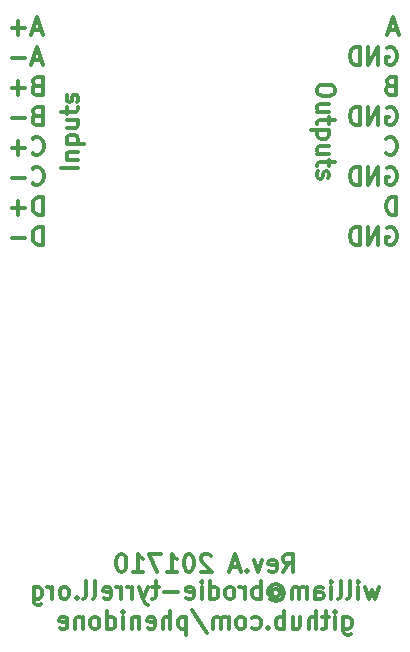
<source format=gbr>
G04 #@! TF.FileFunction,Legend,Bot*
%FSLAX46Y46*%
G04 Gerber Fmt 4.6, Leading zero omitted, Abs format (unit mm)*
G04 Created by KiCad (PCBNEW 4.0.5-e0-6337~49~ubuntu15.04.1) date Sun Oct 22 22:27:52 2017*
%MOMM*%
%LPD*%
G01*
G04 APERTURE LIST*
%ADD10C,0.100000*%
%ADD11C,0.300000*%
G04 APERTURE END LIST*
D10*
D11*
X92958572Y-90610571D02*
X92958572Y-91824857D01*
X93030001Y-91967714D01*
X93101429Y-92039143D01*
X93244286Y-92110571D01*
X93458572Y-92110571D01*
X93601429Y-92039143D01*
X92958572Y-91539143D02*
X93101429Y-91610571D01*
X93387143Y-91610571D01*
X93530001Y-91539143D01*
X93601429Y-91467714D01*
X93672858Y-91324857D01*
X93672858Y-90896286D01*
X93601429Y-90753429D01*
X93530001Y-90682000D01*
X93387143Y-90610571D01*
X93101429Y-90610571D01*
X92958572Y-90682000D01*
X92244286Y-91610571D02*
X92244286Y-90610571D01*
X92244286Y-90110571D02*
X92315715Y-90182000D01*
X92244286Y-90253429D01*
X92172858Y-90182000D01*
X92244286Y-90110571D01*
X92244286Y-90253429D01*
X91744286Y-90610571D02*
X91172857Y-90610571D01*
X91530000Y-90110571D02*
X91530000Y-91396286D01*
X91458572Y-91539143D01*
X91315714Y-91610571D01*
X91172857Y-91610571D01*
X90672857Y-91610571D02*
X90672857Y-90110571D01*
X90030000Y-91610571D02*
X90030000Y-90824857D01*
X90101429Y-90682000D01*
X90244286Y-90610571D01*
X90458571Y-90610571D01*
X90601429Y-90682000D01*
X90672857Y-90753429D01*
X88672857Y-90610571D02*
X88672857Y-91610571D01*
X89315714Y-90610571D02*
X89315714Y-91396286D01*
X89244286Y-91539143D01*
X89101428Y-91610571D01*
X88887143Y-91610571D01*
X88744286Y-91539143D01*
X88672857Y-91467714D01*
X87958571Y-91610571D02*
X87958571Y-90110571D01*
X87958571Y-90682000D02*
X87815714Y-90610571D01*
X87530000Y-90610571D01*
X87387143Y-90682000D01*
X87315714Y-90753429D01*
X87244285Y-90896286D01*
X87244285Y-91324857D01*
X87315714Y-91467714D01*
X87387143Y-91539143D01*
X87530000Y-91610571D01*
X87815714Y-91610571D01*
X87958571Y-91539143D01*
X86601428Y-91467714D02*
X86530000Y-91539143D01*
X86601428Y-91610571D01*
X86672857Y-91539143D01*
X86601428Y-91467714D01*
X86601428Y-91610571D01*
X85244285Y-91539143D02*
X85387142Y-91610571D01*
X85672856Y-91610571D01*
X85815714Y-91539143D01*
X85887142Y-91467714D01*
X85958571Y-91324857D01*
X85958571Y-90896286D01*
X85887142Y-90753429D01*
X85815714Y-90682000D01*
X85672856Y-90610571D01*
X85387142Y-90610571D01*
X85244285Y-90682000D01*
X84387142Y-91610571D02*
X84530000Y-91539143D01*
X84601428Y-91467714D01*
X84672857Y-91324857D01*
X84672857Y-90896286D01*
X84601428Y-90753429D01*
X84530000Y-90682000D01*
X84387142Y-90610571D01*
X84172857Y-90610571D01*
X84030000Y-90682000D01*
X83958571Y-90753429D01*
X83887142Y-90896286D01*
X83887142Y-91324857D01*
X83958571Y-91467714D01*
X84030000Y-91539143D01*
X84172857Y-91610571D01*
X84387142Y-91610571D01*
X83244285Y-91610571D02*
X83244285Y-90610571D01*
X83244285Y-90753429D02*
X83172857Y-90682000D01*
X83029999Y-90610571D01*
X82815714Y-90610571D01*
X82672857Y-90682000D01*
X82601428Y-90824857D01*
X82601428Y-91610571D01*
X82601428Y-90824857D02*
X82529999Y-90682000D01*
X82387142Y-90610571D01*
X82172857Y-90610571D01*
X82029999Y-90682000D01*
X81958571Y-90824857D01*
X81958571Y-91610571D01*
X80172857Y-90039143D02*
X81458571Y-91967714D01*
X79672856Y-90610571D02*
X79672856Y-92110571D01*
X79672856Y-90682000D02*
X79529999Y-90610571D01*
X79244285Y-90610571D01*
X79101428Y-90682000D01*
X79029999Y-90753429D01*
X78958570Y-90896286D01*
X78958570Y-91324857D01*
X79029999Y-91467714D01*
X79101428Y-91539143D01*
X79244285Y-91610571D01*
X79529999Y-91610571D01*
X79672856Y-91539143D01*
X78315713Y-91610571D02*
X78315713Y-90110571D01*
X77672856Y-91610571D02*
X77672856Y-90824857D01*
X77744285Y-90682000D01*
X77887142Y-90610571D01*
X78101427Y-90610571D01*
X78244285Y-90682000D01*
X78315713Y-90753429D01*
X76387142Y-91539143D02*
X76529999Y-91610571D01*
X76815713Y-91610571D01*
X76958570Y-91539143D01*
X77029999Y-91396286D01*
X77029999Y-90824857D01*
X76958570Y-90682000D01*
X76815713Y-90610571D01*
X76529999Y-90610571D01*
X76387142Y-90682000D01*
X76315713Y-90824857D01*
X76315713Y-90967714D01*
X77029999Y-91110571D01*
X75672856Y-90610571D02*
X75672856Y-91610571D01*
X75672856Y-90753429D02*
X75601428Y-90682000D01*
X75458570Y-90610571D01*
X75244285Y-90610571D01*
X75101428Y-90682000D01*
X75029999Y-90824857D01*
X75029999Y-91610571D01*
X74315713Y-91610571D02*
X74315713Y-90610571D01*
X74315713Y-90110571D02*
X74387142Y-90182000D01*
X74315713Y-90253429D01*
X74244285Y-90182000D01*
X74315713Y-90110571D01*
X74315713Y-90253429D01*
X72958570Y-91610571D02*
X72958570Y-90110571D01*
X72958570Y-91539143D02*
X73101427Y-91610571D01*
X73387141Y-91610571D01*
X73529999Y-91539143D01*
X73601427Y-91467714D01*
X73672856Y-91324857D01*
X73672856Y-90896286D01*
X73601427Y-90753429D01*
X73529999Y-90682000D01*
X73387141Y-90610571D01*
X73101427Y-90610571D01*
X72958570Y-90682000D01*
X72029998Y-91610571D02*
X72172856Y-91539143D01*
X72244284Y-91467714D01*
X72315713Y-91324857D01*
X72315713Y-90896286D01*
X72244284Y-90753429D01*
X72172856Y-90682000D01*
X72029998Y-90610571D01*
X71815713Y-90610571D01*
X71672856Y-90682000D01*
X71601427Y-90753429D01*
X71529998Y-90896286D01*
X71529998Y-91324857D01*
X71601427Y-91467714D01*
X71672856Y-91539143D01*
X71815713Y-91610571D01*
X72029998Y-91610571D01*
X70887141Y-90610571D02*
X70887141Y-91610571D01*
X70887141Y-90753429D02*
X70815713Y-90682000D01*
X70672855Y-90610571D01*
X70458570Y-90610571D01*
X70315713Y-90682000D01*
X70244284Y-90824857D01*
X70244284Y-91610571D01*
X68958570Y-91539143D02*
X69101427Y-91610571D01*
X69387141Y-91610571D01*
X69529998Y-91539143D01*
X69601427Y-91396286D01*
X69601427Y-90824857D01*
X69529998Y-90682000D01*
X69387141Y-90610571D01*
X69101427Y-90610571D01*
X68958570Y-90682000D01*
X68887141Y-90824857D01*
X68887141Y-90967714D01*
X69601427Y-91110571D01*
X87887141Y-86784571D02*
X88387141Y-86070286D01*
X88744284Y-86784571D02*
X88744284Y-85284571D01*
X88172856Y-85284571D01*
X88029998Y-85356000D01*
X87958570Y-85427429D01*
X87887141Y-85570286D01*
X87887141Y-85784571D01*
X87958570Y-85927429D01*
X88029998Y-85998857D01*
X88172856Y-86070286D01*
X88744284Y-86070286D01*
X86672856Y-86713143D02*
X86815713Y-86784571D01*
X87101427Y-86784571D01*
X87244284Y-86713143D01*
X87315713Y-86570286D01*
X87315713Y-85998857D01*
X87244284Y-85856000D01*
X87101427Y-85784571D01*
X86815713Y-85784571D01*
X86672856Y-85856000D01*
X86601427Y-85998857D01*
X86601427Y-86141714D01*
X87315713Y-86284571D01*
X86101427Y-85784571D02*
X85744284Y-86784571D01*
X85387142Y-85784571D01*
X84815713Y-86641714D02*
X84744285Y-86713143D01*
X84815713Y-86784571D01*
X84887142Y-86713143D01*
X84815713Y-86641714D01*
X84815713Y-86784571D01*
X84172856Y-86356000D02*
X83458570Y-86356000D01*
X84315713Y-86784571D02*
X83815713Y-85284571D01*
X83315713Y-86784571D01*
X81744285Y-85427429D02*
X81672856Y-85356000D01*
X81529999Y-85284571D01*
X81172856Y-85284571D01*
X81029999Y-85356000D01*
X80958570Y-85427429D01*
X80887142Y-85570286D01*
X80887142Y-85713143D01*
X80958570Y-85927429D01*
X81815713Y-86784571D01*
X80887142Y-86784571D01*
X79958571Y-85284571D02*
X79815714Y-85284571D01*
X79672857Y-85356000D01*
X79601428Y-85427429D01*
X79529999Y-85570286D01*
X79458571Y-85856000D01*
X79458571Y-86213143D01*
X79529999Y-86498857D01*
X79601428Y-86641714D01*
X79672857Y-86713143D01*
X79815714Y-86784571D01*
X79958571Y-86784571D01*
X80101428Y-86713143D01*
X80172857Y-86641714D01*
X80244285Y-86498857D01*
X80315714Y-86213143D01*
X80315714Y-85856000D01*
X80244285Y-85570286D01*
X80172857Y-85427429D01*
X80101428Y-85356000D01*
X79958571Y-85284571D01*
X78030000Y-86784571D02*
X78887143Y-86784571D01*
X78458571Y-86784571D02*
X78458571Y-85284571D01*
X78601428Y-85498857D01*
X78744286Y-85641714D01*
X78887143Y-85713143D01*
X77530000Y-85284571D02*
X76530000Y-85284571D01*
X77172857Y-86784571D01*
X75172858Y-86784571D02*
X76030001Y-86784571D01*
X75601429Y-86784571D02*
X75601429Y-85284571D01*
X75744286Y-85498857D01*
X75887144Y-85641714D01*
X76030001Y-85713143D01*
X74244287Y-85284571D02*
X74101430Y-85284571D01*
X73958573Y-85356000D01*
X73887144Y-85427429D01*
X73815715Y-85570286D01*
X73744287Y-85856000D01*
X73744287Y-86213143D01*
X73815715Y-86498857D01*
X73887144Y-86641714D01*
X73958573Y-86713143D01*
X74101430Y-86784571D01*
X74244287Y-86784571D01*
X74387144Y-86713143D01*
X74458573Y-86641714D01*
X74530001Y-86498857D01*
X74601430Y-86213143D01*
X74601430Y-85856000D01*
X74530001Y-85570286D01*
X74458573Y-85427429D01*
X74387144Y-85356000D01*
X74244287Y-85284571D01*
X95958570Y-88070571D02*
X95672856Y-89070571D01*
X95387142Y-88356286D01*
X95101427Y-89070571D01*
X94815713Y-88070571D01*
X94244284Y-89070571D02*
X94244284Y-88070571D01*
X94244284Y-87570571D02*
X94315713Y-87642000D01*
X94244284Y-87713429D01*
X94172856Y-87642000D01*
X94244284Y-87570571D01*
X94244284Y-87713429D01*
X93315712Y-89070571D02*
X93458570Y-88999143D01*
X93529998Y-88856286D01*
X93529998Y-87570571D01*
X92529998Y-89070571D02*
X92672856Y-88999143D01*
X92744284Y-88856286D01*
X92744284Y-87570571D01*
X91958570Y-89070571D02*
X91958570Y-88070571D01*
X91958570Y-87570571D02*
X92029999Y-87642000D01*
X91958570Y-87713429D01*
X91887142Y-87642000D01*
X91958570Y-87570571D01*
X91958570Y-87713429D01*
X90601427Y-89070571D02*
X90601427Y-88284857D01*
X90672856Y-88142000D01*
X90815713Y-88070571D01*
X91101427Y-88070571D01*
X91244284Y-88142000D01*
X90601427Y-88999143D02*
X90744284Y-89070571D01*
X91101427Y-89070571D01*
X91244284Y-88999143D01*
X91315713Y-88856286D01*
X91315713Y-88713429D01*
X91244284Y-88570571D01*
X91101427Y-88499143D01*
X90744284Y-88499143D01*
X90601427Y-88427714D01*
X89887141Y-89070571D02*
X89887141Y-88070571D01*
X89887141Y-88213429D02*
X89815713Y-88142000D01*
X89672855Y-88070571D01*
X89458570Y-88070571D01*
X89315713Y-88142000D01*
X89244284Y-88284857D01*
X89244284Y-89070571D01*
X89244284Y-88284857D02*
X89172855Y-88142000D01*
X89029998Y-88070571D01*
X88815713Y-88070571D01*
X88672855Y-88142000D01*
X88601427Y-88284857D01*
X88601427Y-89070571D01*
X86958570Y-88356286D02*
X87029998Y-88284857D01*
X87172855Y-88213429D01*
X87315713Y-88213429D01*
X87458570Y-88284857D01*
X87529998Y-88356286D01*
X87601427Y-88499143D01*
X87601427Y-88642000D01*
X87529998Y-88784857D01*
X87458570Y-88856286D01*
X87315713Y-88927714D01*
X87172855Y-88927714D01*
X87029998Y-88856286D01*
X86958570Y-88784857D01*
X86958570Y-88213429D02*
X86958570Y-88784857D01*
X86887141Y-88856286D01*
X86815713Y-88856286D01*
X86672855Y-88784857D01*
X86601427Y-88642000D01*
X86601427Y-88284857D01*
X86744284Y-88070571D01*
X86958570Y-87927714D01*
X87244284Y-87856286D01*
X87529998Y-87927714D01*
X87744284Y-88070571D01*
X87887141Y-88284857D01*
X87958570Y-88570571D01*
X87887141Y-88856286D01*
X87744284Y-89070571D01*
X87529998Y-89213429D01*
X87244284Y-89284857D01*
X86958570Y-89213429D01*
X86744284Y-89070571D01*
X85958570Y-89070571D02*
X85958570Y-87570571D01*
X85958570Y-88142000D02*
X85815713Y-88070571D01*
X85529999Y-88070571D01*
X85387142Y-88142000D01*
X85315713Y-88213429D01*
X85244284Y-88356286D01*
X85244284Y-88784857D01*
X85315713Y-88927714D01*
X85387142Y-88999143D01*
X85529999Y-89070571D01*
X85815713Y-89070571D01*
X85958570Y-88999143D01*
X84601427Y-89070571D02*
X84601427Y-88070571D01*
X84601427Y-88356286D02*
X84529999Y-88213429D01*
X84458570Y-88142000D01*
X84315713Y-88070571D01*
X84172856Y-88070571D01*
X83458570Y-89070571D02*
X83601428Y-88999143D01*
X83672856Y-88927714D01*
X83744285Y-88784857D01*
X83744285Y-88356286D01*
X83672856Y-88213429D01*
X83601428Y-88142000D01*
X83458570Y-88070571D01*
X83244285Y-88070571D01*
X83101428Y-88142000D01*
X83029999Y-88213429D01*
X82958570Y-88356286D01*
X82958570Y-88784857D01*
X83029999Y-88927714D01*
X83101428Y-88999143D01*
X83244285Y-89070571D01*
X83458570Y-89070571D01*
X81672856Y-89070571D02*
X81672856Y-87570571D01*
X81672856Y-88999143D02*
X81815713Y-89070571D01*
X82101427Y-89070571D01*
X82244285Y-88999143D01*
X82315713Y-88927714D01*
X82387142Y-88784857D01*
X82387142Y-88356286D01*
X82315713Y-88213429D01*
X82244285Y-88142000D01*
X82101427Y-88070571D01*
X81815713Y-88070571D01*
X81672856Y-88142000D01*
X80958570Y-89070571D02*
X80958570Y-88070571D01*
X80958570Y-87570571D02*
X81029999Y-87642000D01*
X80958570Y-87713429D01*
X80887142Y-87642000D01*
X80958570Y-87570571D01*
X80958570Y-87713429D01*
X79672856Y-88999143D02*
X79815713Y-89070571D01*
X80101427Y-89070571D01*
X80244284Y-88999143D01*
X80315713Y-88856286D01*
X80315713Y-88284857D01*
X80244284Y-88142000D01*
X80101427Y-88070571D01*
X79815713Y-88070571D01*
X79672856Y-88142000D01*
X79601427Y-88284857D01*
X79601427Y-88427714D01*
X80315713Y-88570571D01*
X78958570Y-88499143D02*
X77815713Y-88499143D01*
X77315713Y-88070571D02*
X76744284Y-88070571D01*
X77101427Y-87570571D02*
X77101427Y-88856286D01*
X77029999Y-88999143D01*
X76887141Y-89070571D01*
X76744284Y-89070571D01*
X76387141Y-88070571D02*
X76029998Y-89070571D01*
X75672856Y-88070571D02*
X76029998Y-89070571D01*
X76172856Y-89427714D01*
X76244284Y-89499143D01*
X76387141Y-89570571D01*
X75101427Y-89070571D02*
X75101427Y-88070571D01*
X75101427Y-88356286D02*
X75029999Y-88213429D01*
X74958570Y-88142000D01*
X74815713Y-88070571D01*
X74672856Y-88070571D01*
X74172856Y-89070571D02*
X74172856Y-88070571D01*
X74172856Y-88356286D02*
X74101428Y-88213429D01*
X74029999Y-88142000D01*
X73887142Y-88070571D01*
X73744285Y-88070571D01*
X72672857Y-88999143D02*
X72815714Y-89070571D01*
X73101428Y-89070571D01*
X73244285Y-88999143D01*
X73315714Y-88856286D01*
X73315714Y-88284857D01*
X73244285Y-88142000D01*
X73101428Y-88070571D01*
X72815714Y-88070571D01*
X72672857Y-88142000D01*
X72601428Y-88284857D01*
X72601428Y-88427714D01*
X73315714Y-88570571D01*
X71744285Y-89070571D02*
X71887143Y-88999143D01*
X71958571Y-88856286D01*
X71958571Y-87570571D01*
X70958571Y-89070571D02*
X71101429Y-88999143D01*
X71172857Y-88856286D01*
X71172857Y-87570571D01*
X70387143Y-88927714D02*
X70315715Y-88999143D01*
X70387143Y-89070571D01*
X70458572Y-88999143D01*
X70387143Y-88927714D01*
X70387143Y-89070571D01*
X69458571Y-89070571D02*
X69601429Y-88999143D01*
X69672857Y-88927714D01*
X69744286Y-88784857D01*
X69744286Y-88356286D01*
X69672857Y-88213429D01*
X69601429Y-88142000D01*
X69458571Y-88070571D01*
X69244286Y-88070571D01*
X69101429Y-88142000D01*
X69030000Y-88213429D01*
X68958571Y-88356286D01*
X68958571Y-88784857D01*
X69030000Y-88927714D01*
X69101429Y-88999143D01*
X69244286Y-89070571D01*
X69458571Y-89070571D01*
X68315714Y-89070571D02*
X68315714Y-88070571D01*
X68315714Y-88356286D02*
X68244286Y-88213429D01*
X68172857Y-88142000D01*
X68030000Y-88070571D01*
X67887143Y-88070571D01*
X66744286Y-88070571D02*
X66744286Y-89284857D01*
X66815715Y-89427714D01*
X66887143Y-89499143D01*
X67030000Y-89570571D01*
X67244286Y-89570571D01*
X67387143Y-89499143D01*
X66744286Y-88999143D02*
X66887143Y-89070571D01*
X67172857Y-89070571D01*
X67315715Y-88999143D01*
X67387143Y-88927714D01*
X67458572Y-88784857D01*
X67458572Y-88356286D01*
X67387143Y-88213429D01*
X67315715Y-88142000D01*
X67172857Y-88070571D01*
X66887143Y-88070571D01*
X66744286Y-88142000D01*
X92261429Y-45887142D02*
X92261429Y-46172856D01*
X92190000Y-46315714D01*
X92047143Y-46458571D01*
X91761429Y-46529999D01*
X91261429Y-46529999D01*
X90975714Y-46458571D01*
X90832857Y-46315714D01*
X90761429Y-46172856D01*
X90761429Y-45887142D01*
X90832857Y-45744285D01*
X90975714Y-45601428D01*
X91261429Y-45529999D01*
X91761429Y-45529999D01*
X92047143Y-45601428D01*
X92190000Y-45744285D01*
X92261429Y-45887142D01*
X91761429Y-47815714D02*
X90761429Y-47815714D01*
X91761429Y-47172857D02*
X90975714Y-47172857D01*
X90832857Y-47244285D01*
X90761429Y-47387143D01*
X90761429Y-47601428D01*
X90832857Y-47744285D01*
X90904286Y-47815714D01*
X91761429Y-48315714D02*
X91761429Y-48887143D01*
X92261429Y-48530000D02*
X90975714Y-48530000D01*
X90832857Y-48601428D01*
X90761429Y-48744286D01*
X90761429Y-48887143D01*
X91761429Y-49387143D02*
X90261429Y-49387143D01*
X91690000Y-49387143D02*
X91761429Y-49530000D01*
X91761429Y-49815714D01*
X91690000Y-49958571D01*
X91618571Y-50030000D01*
X91475714Y-50101429D01*
X91047143Y-50101429D01*
X90904286Y-50030000D01*
X90832857Y-49958571D01*
X90761429Y-49815714D01*
X90761429Y-49530000D01*
X90832857Y-49387143D01*
X91761429Y-51387143D02*
X90761429Y-51387143D01*
X91761429Y-50744286D02*
X90975714Y-50744286D01*
X90832857Y-50815714D01*
X90761429Y-50958572D01*
X90761429Y-51172857D01*
X90832857Y-51315714D01*
X90904286Y-51387143D01*
X91761429Y-51887143D02*
X91761429Y-52458572D01*
X92261429Y-52101429D02*
X90975714Y-52101429D01*
X90832857Y-52172857D01*
X90761429Y-52315715D01*
X90761429Y-52458572D01*
X90832857Y-52887143D02*
X90761429Y-53030000D01*
X90761429Y-53315715D01*
X90832857Y-53458572D01*
X90975714Y-53530000D01*
X91047143Y-53530000D01*
X91190000Y-53458572D01*
X91261429Y-53315715D01*
X91261429Y-53101429D01*
X91332857Y-52958572D01*
X91475714Y-52887143D01*
X91547143Y-52887143D01*
X91690000Y-52958572D01*
X91761429Y-53101429D01*
X91761429Y-53315715D01*
X91690000Y-53458572D01*
X70528571Y-52601429D02*
X69028571Y-52601429D01*
X69528571Y-51887143D02*
X70528571Y-51887143D01*
X69671429Y-51887143D02*
X69600000Y-51815715D01*
X69528571Y-51672857D01*
X69528571Y-51458572D01*
X69600000Y-51315715D01*
X69742857Y-51244286D01*
X70528571Y-51244286D01*
X69528571Y-50530000D02*
X71028571Y-50530000D01*
X69600000Y-50530000D02*
X69528571Y-50387143D01*
X69528571Y-50101429D01*
X69600000Y-49958572D01*
X69671429Y-49887143D01*
X69814286Y-49815714D01*
X70242857Y-49815714D01*
X70385714Y-49887143D01*
X70457143Y-49958572D01*
X70528571Y-50101429D01*
X70528571Y-50387143D01*
X70457143Y-50530000D01*
X69528571Y-48530000D02*
X70528571Y-48530000D01*
X69528571Y-49172857D02*
X70314286Y-49172857D01*
X70457143Y-49101429D01*
X70528571Y-48958571D01*
X70528571Y-48744286D01*
X70457143Y-48601429D01*
X70385714Y-48530000D01*
X69528571Y-48030000D02*
X69528571Y-47458571D01*
X69028571Y-47815714D02*
X70314286Y-47815714D01*
X70457143Y-47744286D01*
X70528571Y-47601428D01*
X70528571Y-47458571D01*
X70457143Y-47030000D02*
X70528571Y-46887143D01*
X70528571Y-46601428D01*
X70457143Y-46458571D01*
X70314286Y-46387143D01*
X70242857Y-46387143D01*
X70100000Y-46458571D01*
X70028571Y-46601428D01*
X70028571Y-46815714D01*
X69957143Y-46958571D01*
X69814286Y-47030000D01*
X69742857Y-47030000D01*
X69600000Y-46958571D01*
X69528571Y-46815714D01*
X69528571Y-46601428D01*
X69600000Y-46458571D01*
X96647143Y-57670000D02*
X96790000Y-57598571D01*
X97004286Y-57598571D01*
X97218571Y-57670000D01*
X97361429Y-57812857D01*
X97432857Y-57955714D01*
X97504286Y-58241429D01*
X97504286Y-58455714D01*
X97432857Y-58741429D01*
X97361429Y-58884286D01*
X97218571Y-59027143D01*
X97004286Y-59098571D01*
X96861429Y-59098571D01*
X96647143Y-59027143D01*
X96575714Y-58955714D01*
X96575714Y-58455714D01*
X96861429Y-58455714D01*
X95932857Y-59098571D02*
X95932857Y-57598571D01*
X95075714Y-59098571D01*
X95075714Y-57598571D01*
X94361428Y-59098571D02*
X94361428Y-57598571D01*
X94004285Y-57598571D01*
X93790000Y-57670000D01*
X93647142Y-57812857D01*
X93575714Y-57955714D01*
X93504285Y-58241429D01*
X93504285Y-58455714D01*
X93575714Y-58741429D01*
X93647142Y-58884286D01*
X93790000Y-59027143D01*
X94004285Y-59098571D01*
X94361428Y-59098571D01*
X96647143Y-52590000D02*
X96790000Y-52518571D01*
X97004286Y-52518571D01*
X97218571Y-52590000D01*
X97361429Y-52732857D01*
X97432857Y-52875714D01*
X97504286Y-53161429D01*
X97504286Y-53375714D01*
X97432857Y-53661429D01*
X97361429Y-53804286D01*
X97218571Y-53947143D01*
X97004286Y-54018571D01*
X96861429Y-54018571D01*
X96647143Y-53947143D01*
X96575714Y-53875714D01*
X96575714Y-53375714D01*
X96861429Y-53375714D01*
X95932857Y-54018571D02*
X95932857Y-52518571D01*
X95075714Y-54018571D01*
X95075714Y-52518571D01*
X94361428Y-54018571D02*
X94361428Y-52518571D01*
X94004285Y-52518571D01*
X93790000Y-52590000D01*
X93647142Y-52732857D01*
X93575714Y-52875714D01*
X93504285Y-53161429D01*
X93504285Y-53375714D01*
X93575714Y-53661429D01*
X93647142Y-53804286D01*
X93790000Y-53947143D01*
X94004285Y-54018571D01*
X94361428Y-54018571D01*
X96647143Y-47510000D02*
X96790000Y-47438571D01*
X97004286Y-47438571D01*
X97218571Y-47510000D01*
X97361429Y-47652857D01*
X97432857Y-47795714D01*
X97504286Y-48081429D01*
X97504286Y-48295714D01*
X97432857Y-48581429D01*
X97361429Y-48724286D01*
X97218571Y-48867143D01*
X97004286Y-48938571D01*
X96861429Y-48938571D01*
X96647143Y-48867143D01*
X96575714Y-48795714D01*
X96575714Y-48295714D01*
X96861429Y-48295714D01*
X95932857Y-48938571D02*
X95932857Y-47438571D01*
X95075714Y-48938571D01*
X95075714Y-47438571D01*
X94361428Y-48938571D02*
X94361428Y-47438571D01*
X94004285Y-47438571D01*
X93790000Y-47510000D01*
X93647142Y-47652857D01*
X93575714Y-47795714D01*
X93504285Y-48081429D01*
X93504285Y-48295714D01*
X93575714Y-48581429D01*
X93647142Y-48724286D01*
X93790000Y-48867143D01*
X94004285Y-48938571D01*
X94361428Y-48938571D01*
X96647143Y-42430000D02*
X96790000Y-42358571D01*
X97004286Y-42358571D01*
X97218571Y-42430000D01*
X97361429Y-42572857D01*
X97432857Y-42715714D01*
X97504286Y-43001429D01*
X97504286Y-43215714D01*
X97432857Y-43501429D01*
X97361429Y-43644286D01*
X97218571Y-43787143D01*
X97004286Y-43858571D01*
X96861429Y-43858571D01*
X96647143Y-43787143D01*
X96575714Y-43715714D01*
X96575714Y-43215714D01*
X96861429Y-43215714D01*
X95932857Y-43858571D02*
X95932857Y-42358571D01*
X95075714Y-43858571D01*
X95075714Y-42358571D01*
X94361428Y-43858571D02*
X94361428Y-42358571D01*
X94004285Y-42358571D01*
X93790000Y-42430000D01*
X93647142Y-42572857D01*
X93575714Y-42715714D01*
X93504285Y-43001429D01*
X93504285Y-43215714D01*
X93575714Y-43501429D01*
X93647142Y-43644286D01*
X93790000Y-43787143D01*
X94004285Y-43858571D01*
X94361428Y-43858571D01*
X97432857Y-56558571D02*
X97432857Y-55058571D01*
X97075714Y-55058571D01*
X96861429Y-55130000D01*
X96718571Y-55272857D01*
X96647143Y-55415714D01*
X96575714Y-55701429D01*
X96575714Y-55915714D01*
X96647143Y-56201429D01*
X96718571Y-56344286D01*
X96861429Y-56487143D01*
X97075714Y-56558571D01*
X97432857Y-56558571D01*
X97504286Y-40890000D02*
X96790000Y-40890000D01*
X97647143Y-41318571D02*
X97147143Y-39818571D01*
X96647143Y-41318571D01*
X96932857Y-45612857D02*
X96718571Y-45684286D01*
X96647143Y-45755714D01*
X96575714Y-45898571D01*
X96575714Y-46112857D01*
X96647143Y-46255714D01*
X96718571Y-46327143D01*
X96861429Y-46398571D01*
X97432857Y-46398571D01*
X97432857Y-44898571D01*
X96932857Y-44898571D01*
X96790000Y-44970000D01*
X96718571Y-45041429D01*
X96647143Y-45184286D01*
X96647143Y-45327143D01*
X96718571Y-45470000D01*
X96790000Y-45541429D01*
X96932857Y-45612857D01*
X97432857Y-45612857D01*
X96575714Y-51335714D02*
X96647143Y-51407143D01*
X96861429Y-51478571D01*
X97004286Y-51478571D01*
X97218571Y-51407143D01*
X97361429Y-51264286D01*
X97432857Y-51121429D01*
X97504286Y-50835714D01*
X97504286Y-50621429D01*
X97432857Y-50335714D01*
X97361429Y-50192857D01*
X97218571Y-50050000D01*
X97004286Y-49978571D01*
X96861429Y-49978571D01*
X96647143Y-50050000D01*
X96575714Y-50121429D01*
X67516000Y-59098571D02*
X67516000Y-57598571D01*
X67158857Y-57598571D01*
X66944572Y-57670000D01*
X66801714Y-57812857D01*
X66730286Y-57955714D01*
X66658857Y-58241429D01*
X66658857Y-58455714D01*
X66730286Y-58741429D01*
X66801714Y-58884286D01*
X66944572Y-59027143D01*
X67158857Y-59098571D01*
X67516000Y-59098571D01*
X66016000Y-58527143D02*
X64873143Y-58527143D01*
X67516000Y-56558571D02*
X67516000Y-55058571D01*
X67158857Y-55058571D01*
X66944572Y-55130000D01*
X66801714Y-55272857D01*
X66730286Y-55415714D01*
X66658857Y-55701429D01*
X66658857Y-55915714D01*
X66730286Y-56201429D01*
X66801714Y-56344286D01*
X66944572Y-56487143D01*
X67158857Y-56558571D01*
X67516000Y-56558571D01*
X66016000Y-55987143D02*
X64873143Y-55987143D01*
X65444572Y-56558571D02*
X65444572Y-55415714D01*
X66658857Y-53875714D02*
X66730286Y-53947143D01*
X66944572Y-54018571D01*
X67087429Y-54018571D01*
X67301714Y-53947143D01*
X67444572Y-53804286D01*
X67516000Y-53661429D01*
X67587429Y-53375714D01*
X67587429Y-53161429D01*
X67516000Y-52875714D01*
X67444572Y-52732857D01*
X67301714Y-52590000D01*
X67087429Y-52518571D01*
X66944572Y-52518571D01*
X66730286Y-52590000D01*
X66658857Y-52661429D01*
X66016000Y-53447143D02*
X64873143Y-53447143D01*
X66658857Y-51335714D02*
X66730286Y-51407143D01*
X66944572Y-51478571D01*
X67087429Y-51478571D01*
X67301714Y-51407143D01*
X67444572Y-51264286D01*
X67516000Y-51121429D01*
X67587429Y-50835714D01*
X67587429Y-50621429D01*
X67516000Y-50335714D01*
X67444572Y-50192857D01*
X67301714Y-50050000D01*
X67087429Y-49978571D01*
X66944572Y-49978571D01*
X66730286Y-50050000D01*
X66658857Y-50121429D01*
X66016000Y-50907143D02*
X64873143Y-50907143D01*
X65444572Y-51478571D02*
X65444572Y-50335714D01*
X67016000Y-48152857D02*
X66801714Y-48224286D01*
X66730286Y-48295714D01*
X66658857Y-48438571D01*
X66658857Y-48652857D01*
X66730286Y-48795714D01*
X66801714Y-48867143D01*
X66944572Y-48938571D01*
X67516000Y-48938571D01*
X67516000Y-47438571D01*
X67016000Y-47438571D01*
X66873143Y-47510000D01*
X66801714Y-47581429D01*
X66730286Y-47724286D01*
X66730286Y-47867143D01*
X66801714Y-48010000D01*
X66873143Y-48081429D01*
X67016000Y-48152857D01*
X67516000Y-48152857D01*
X66016000Y-48367143D02*
X64873143Y-48367143D01*
X67016000Y-45612857D02*
X66801714Y-45684286D01*
X66730286Y-45755714D01*
X66658857Y-45898571D01*
X66658857Y-46112857D01*
X66730286Y-46255714D01*
X66801714Y-46327143D01*
X66944572Y-46398571D01*
X67516000Y-46398571D01*
X67516000Y-44898571D01*
X67016000Y-44898571D01*
X66873143Y-44970000D01*
X66801714Y-45041429D01*
X66730286Y-45184286D01*
X66730286Y-45327143D01*
X66801714Y-45470000D01*
X66873143Y-45541429D01*
X67016000Y-45612857D01*
X67516000Y-45612857D01*
X66016000Y-45827143D02*
X64873143Y-45827143D01*
X65444572Y-46398571D02*
X65444572Y-45255714D01*
X67373143Y-43430000D02*
X66658857Y-43430000D01*
X67516000Y-43858571D02*
X67016000Y-42358571D01*
X66516000Y-43858571D01*
X66016000Y-43287143D02*
X64873143Y-43287143D01*
X67373143Y-40890000D02*
X66658857Y-40890000D01*
X67516000Y-41318571D02*
X67016000Y-39818571D01*
X66516000Y-41318571D01*
X66016000Y-40747143D02*
X64873143Y-40747143D01*
X65444572Y-41318571D02*
X65444572Y-40175714D01*
M02*

</source>
